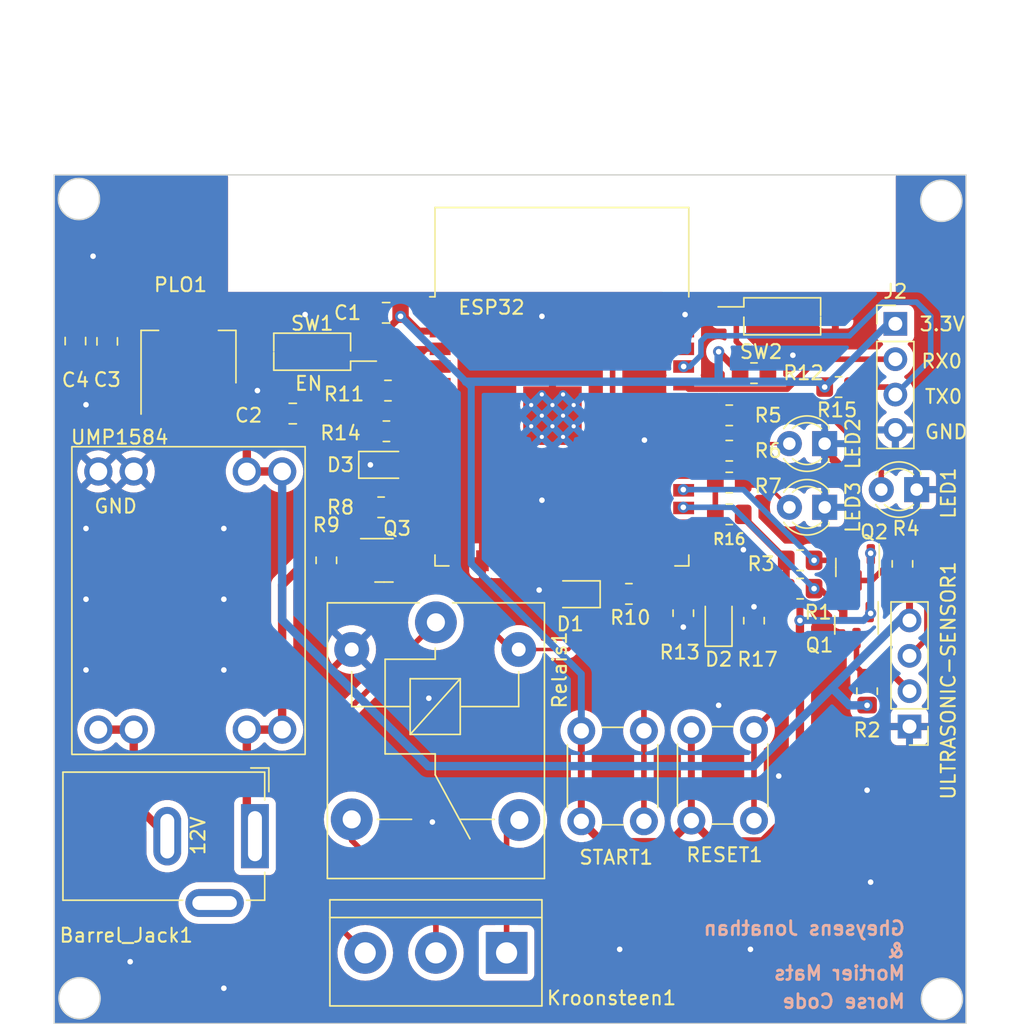
<source format=kicad_pcb>
(kicad_pcb (version 20221018) (generator pcbnew)
  (layers (0 "F.Cu" signal) (31 "B.Cu" signal) (34 "B.Paste" user) (35 "F.Paste" user) (36 "B.SilkS" user "B.Silkscreen") (37 "F.SilkS" user "F.Silkscreen") (38 "B.Mask" user) (39 "F.Mask" user) (44 "Edge.Cuts" user))
  (net 0 "")
  (net 1 "+3.3V")
  (net 2 "GND")
  (net 3 "VDD")
  (net 4 "Net-(D1-K)")
  (net 5 "GPIO2")
  (net 6 "RX0")
  (net 7 "TX0")
  (net 8 "/EN")
  (net 9 "GPIO0")
  (net 10 "GPIO5")
  (net 11 "Net-(D2-K)")
  (net 12 "Net-(D3-A)")
  (net 13 "Net-(Barrel_Jack1-Pad2)")
  (net 14 "Net-(LED1-A)")
  (net 15 "Net-(LED2-A)")
  (net 16 "Net-(LED3-A)")
  (net 17 "GPIO16")
  (net 18 "GPIO16-5V")
  (net 25 "GPIO17")
  (net 26 "GPIO17-5V")
  (net 27 "Net-(Q3-B)")
  (net 28 "GPIO18")
  (net 29 "GPIO19")
  (net 31 "GPIO32")
  (net 32 "GPIO4")
  (net 48 "+12V")
  (net 49 "Net-(Kroonsteen1-Pin_3)")
  (net 50 "Net-(Kroonsteen1-Pin_2)")
  (net 51 "Net-(Kroonsteen1-Pin_1)")
  (footprint "RF_Module:ESP32-WROOM-32" (layer "F.Cu") (at 64.935 48.685)
    (fp_text reference "ESP32")
    (fp_text value "ESP32-WROOM-32")
  )
  (footprint "Capacitor_SMD:C_0805_2012Metric_Pad1.18x1.45mm_HandSolder" (layer "F.Cu") (at 45.593 47.625)
    (fp_text reference "C2")
    (fp_text value "10uF")
  )
  (footprint "Library:U1584" (layer "F.Cu") (at 38.227 50.006)
    (fp_text reference "UMP1584")
    (fp_text value "MP1584")
  )
  (footprint "Package_TO_SOT_SMD:SOT-223-3_TabPin2" (layer "F.Cu") (at 38.1 43.561 90)
    (fp_text reference "PLO1")
    (fp_text value "AMS1117-3.3")
  )
  (footprint "LED_THT:LED_D3.0mm" (layer "F.Cu") (at 90.429 53.086 180)
    (fp_text reference "LED1")
    (fp_text value "YELLOW")
  )
  (footprint "Resistor_SMD:R_0805_2012Metric_Pad1.20x1.40mm_HandSolder" (layer "F.Cu") (at 82.058 60.198)
    (fp_text reference "R1")
    (fp_text value "10k")
  )
  (footprint "TerminalBlock:TerminalBlock_bornier-3_P5.08mm" (layer "F.Cu") (at 60.96 86.36 180)
    (fp_text reference "Kroonsteen1")
    (fp_text value "Screw_Terminal_01x03")
  )
  (footprint "Resistor_SMD:R_0805_2012Metric_Pad1.20x1.40mm_HandSolder" (layer "F.Cu") (at 84.82 45.72)
    (fp_text reference "R15")
    (fp_text value "10K")
  )
  (footprint "Connector_PinHeader_2.54mm:PinHeader_1x04_P2.54mm_Vertical" (layer "F.Cu") (at 88.9 41.18)
    (fp_text reference "J2")
    (fp_text value "Conn_01x04_Pin")
  )
  (footprint "Resistor_SMD:R_0805_2012Metric_Pad1.20x1.40mm_HandSolder" (layer "F.Cu") (at 48.006 58.166 -90)
    (fp_text reference "R9")
    (fp_text value "1k")
  )
  (footprint "Button_Switch_SMD:SW_DIP_SPSTx01_Slide_Copal_CHS-01B_W7.62mm_P1.27mm" (layer "F.Cu") (at 46.99 43.18 180)
    (fp_text reference "SW1")
    (fp_text value "EN")
  )
  (footprint "Resistor_SMD:R_0805_2012Metric_Pad1.20x1.40mm_HandSolder" (layer "F.Cu") (at 86.868 67.564 90)
    (fp_text reference "R2")
    (fp_text value "10k")
  )
  (footprint "Relay_THT:Relay_SPDT_SANYOU_SRD_Series_Form_C" (layer "F.Cu") (at 55.88 62.62 -90)
    (fp_text reference "Relais1")
    (fp_text value "SANYOU_SRD_Form_C")
  )
  (footprint "Resistor_SMD:R_0805_2012Metric_Pad1.20x1.40mm_HandSolder" (layer "F.Cu") (at 76.962 47.752)
    (fp_text reference "R5")
    (fp_text value "270")
  )
  (footprint "Button_Switch_THT:SW_PUSH_6mm" (layer "F.Cu") (at 66.33 76.91 90)
    (fp_text reference "START1")
    (fp_text value "SW_Push")
  )
  (footprint "Resistor_SMD:R_0805_2012Metric_Pad1.20x1.40mm_HandSolder" (layer "F.Cu") (at 82.058 58.166)
    (fp_text reference "R3")
    (fp_text value "10k")
  )
  (footprint "Resistor_SMD:R_0805_2012Metric_Pad1.20x1.40mm_HandSolder" (layer "F.Cu") (at 76.962 50.292)
    (fp_text reference "R6")
    (fp_text value "270")
  )
  (footprint "Connector_PinHeader_2.54mm:PinHeader_1x04_P2.54mm_Vertical" (layer "F.Cu") (at 89.916 70.104 180)
    (fp_text reference "ULTRASONIC-SENSOR1")
    (fp_text value "Conn_01x04_Socket")
  )
  (footprint "Resistor_SMD:R_0805_2012Metric_Pad1.20x1.40mm_HandSolder" (layer "F.Cu") (at 78.74 62.5 90)
    (fp_text reference "R17")
    (fp_text value "1K")
  )
  (footprint "Package_TO_SOT_SMD:SOT-23" (layer "F.Cu") (at 86.1845 58.674 -90)
    (fp_text reference "Q2")
    (fp_text value "BSS138")
  )
  (footprint "Resistor_SMD:R_0805_2012Metric_Pad1.20x1.40mm_HandSolder" (layer "F.Cu") (at 52.324 48.895)
    (fp_text reference "R14")
    (fp_text value "1K")
  )
  (footprint "Resistor_SMD:R_0805_2012Metric_Pad1.20x1.40mm_HandSolder" (layer "F.Cu") (at 51.943 54.356)
    (fp_text reference "R8")
    (fp_text value "1k")
  )
  (footprint "Package_TO_SOT_SMD:SOT-23" (layer "F.Cu") (at 86.106 62.8165 -90)
    (fp_text reference "Q1")
    (fp_text value "BSS138")
  )
  (footprint "LED_THT:LED_D3.0mm" (layer "F.Cu") (at 83.82 49.784 180)
    (fp_text reference "LED2")
    (fp_text value "GREEN")
  )
  (footprint "Resistor_SMD:R_0805_2012Metric_Pad1.20x1.40mm_HandSolder" (layer "F.Cu") (at 76.962 52.578)
    (fp_text reference "R7")
    (fp_text value "270")
  )
  (footprint "LED_SMD:LED_0805_2012Metric_Pad1.15x1.40mm_HandSolder" (layer "F.Cu") (at 52.197 51.308)
    (fp_text reference "D3")
    (fp_text value "PWR")
  )
  (footprint "Capacitor_SMD:C_0805_2012Metric_Pad1.18x1.45mm_HandSolder" (layer "F.Cu") (at 52.3025 40.386 180)
    (fp_text reference "C1")
    (fp_text value "100uF/6.3V")
  )
  (footprint "Resistor_SMD:R_0805_2012Metric_Pad1.20x1.40mm_HandSolder" (layer "F.Cu") (at 89.408 58.42 90)
    (fp_text reference "R4")
    (fp_text value "10k")
  )
  (footprint "Resistor_SMD:R_0805_2012Metric_Pad1.20x1.40mm_HandSolder" (layer "F.Cu") (at 52.435 45.974)
    (fp_text reference "R11")
    (fp_text value "10K")
  )
  (footprint "Package_TO_SOT_SMD:SOT-23" (layer "F.Cu") (at 52.1485 58.166)
    (fp_text reference "Q3")
    (fp_text value "MMBT3906")
  )
  (footprint "Button_Switch_SMD:SW_DIP_SPSTx01_Slide_Copal_CHS-01B_W7.62mm_P1.27mm" (layer "F.Cu") (at 80.772 40.64)
    (fp_text reference "SW2")
    (fp_text value "FLASH")
  )
  (footprint "Button_Switch_THT:SW_PUSH_6mm" (layer "F.Cu") (at 74.24 76.858 90)
    (fp_text reference "RESET1")
    (fp_text value "SW_Push")
  )
  (footprint "Connector_BarrelJack:BarrelJack_GCT_DCJ200-10-A_Horizontal" (layer "F.Cu") (at 42.876 77.978 -90)
    (fp_text reference "Barrel_Jack1")
    (fp_text value "Barrel_Jack")
  )
  (footprint "LED_SMD:LED_0805_2012Metric_Pad1.15x1.40mm_HandSolder" (layer "F.Cu") (at 76.2 62.475 90)
    (fp_text reference "D2")
    (fp_text value "BLUE")
  )
  (footprint "Capacitor_SMD:C_0805_2012Metric_Pad1.18x1.45mm_HandSolder" (layer "F.Cu") (at 29.972 42.418 -90)
    (fp_text reference "C4")
    (fp_text value "10uF")
  )
  (footprint "Resistor_SMD:R_0805_2012Metric_Pad1.20x1.40mm_HandSolder" (layer "F.Cu") (at 73.66 61.96 90)
    (fp_text reference "R13")
    (fp_text value "10K")
  )
  (footprint "Resistor_SMD:R_0805_2012Metric_Pad1.20x1.40mm_HandSolder" (layer "F.Cu") (at 69.75 60.575)
    (fp_text reference "R10")
    (fp_text value "1k")
  )
  (footprint "Diode_SMD:D_0805_2012Metric" (layer "F.Cu") (at 66 60.6 180)
    (fp_text reference "D1")
    (fp_text value "D")
  )
  (footprint "Resistor_SMD:R_0805_2012Metric_Pad1.20x1.40mm_HandSolder" (layer "F.Cu") (at 76.962 54.864 180)
    (fp_text reference "R16")
    (fp_text value "10K")
  )
  (footprint "LED_THT:LED_D3.0mm" (layer "F.Cu") (at 83.825 54.356 180)
    (fp_text reference "LED3")
    (fp_text value "RED")
  )
  (footprint "Resistor_SMD:R_0805_2012Metric_Pad1.20x1.40mm_HandSolder" (layer "F.Cu") (at 78.74 44.72)
    (fp_text reference "R12")
    (fp_text value "10K")
  )
  (footprint "Capacitor_SMD:C_0805_2012Metric_Pad1.18x1.45mm_HandSolder" (layer "F.Cu") (at 32.258 42.4395 90)
    (fp_text reference "C3")
    (fp_text value "100nF")
  )
  (gr_circle (center 92.244939 89.662) (end 93.514939 90.424) (stroke (width 0.1)) (fill none) (layer "Edge.Cuts"))
  (gr_circle (center 30.226 32.215061) (end 31.496 32.977061) (stroke (width 0.1)) (fill none) (layer "Edge.Cuts"))
  (gr_circle (center 92.202 32.342061) (end 93.472 33.104061) (stroke (width 0.1)) (fill none) (layer "Edge.Cuts"))
  (gr_rect (start 28.448 30.48) (end 93.98 91.44) (stroke (width 0.1)) (fill none) (layer "Edge.Cuts"))
  (gr_circle (center 30.268939 89.619061) (end 31.538939 90.381061) (stroke (width 0.1)) (fill none) (layer "Edge.Cuts"))
  (gr_text "Morse Code" (at 89.7 90.425) (layer "B.SilkS") (effects (font (size 1 1) (thickness 0.2) bold) (justify left bottom mirror)))
  (gr_text "Gheysens Jonathan\n&\nMortier Mats" (at 89.7 88.4) (layer "B.SilkS") (effects (font (size 1 1) (thickness 0.2) bold) (justify left bottom mirror)))
  (gr_text "12V\n" (at 39.375 79.425 90) (layer "F.SilkS") (effects (font (size 1 1)) (justify left bottom)))
  (gr_text "TX0" (at 90.932 46.99) (layer "F.SilkS") (effects (font (size 1 1)) (justify left bottom)))
  (gr_text "GND" (at 90.932 49.53) (layer "F.SilkS") (effects (font (size 1 1)) (justify left bottom)))
  (gr_text "RX0" (at 90.678 44.45) (layer "F.SilkS") (effects (font (size 1 1)) (justify left bottom)))
  (gr_text "3.3V" (at 90.551 41.783) (layer "F.SilkS") (effects (font (size 1 1)) (justify left bottom)))
  (gr_text "GND" (at 31.242 54.864) (layer "F.SilkS") (effects (font (size 1 1)) (justify left bottom)))
  (segment (start 51.435 45.974) (end 51.435 48.784) (width 0.5) (layer "F.Cu") (net 1))
  (segment (start 74.24 70.358) (end 74.24 76.858) (width 0.5) (layer "F.Cu") (net 1))
  (segment (start 77.962 55.07) (end 81.058 58.166) (width 0.5) (layer "F.Cu") (net 1))
  (segment (start 46.228 45.085) (end 49.403 41.91) (width 0.5) (layer "F.Cu") (net 1))
  (segment (start 67.83 78.41) (end 72.688 78.41) (width 0.6) (layer "F.Cu") (net 1))
  (segment (start 67.83 78.41) (end 66.33 76.91) (width 0.6) (layer "F.Cu") (net 1))
  (segment (start 54.659 41.705) (end 56.185 41.705) (width 0.5) (layer "F.Cu") (net 1))
  (segment (start 41.148 45.085) (end 45.212 45.085) (width 0.5) (layer "F.Cu") (net 1))
  (segment (start 72.688 78.41) (end 74.24 76.858) (width 0.6) (layer "F.Cu") (net 1))
  (segment (start 77.962 54.864) (end 77.962 55.07) (width 0.5) (layer "F.Cu") (net 1))
  (segment (start 51.435 48.784) (end 51.324 48.895) (width 0.5) (layer "F.Cu") (net 1))
  (segment (start 82.042 62.484) (end 82.042 61.182) (width 0.5) (layer "F.Cu") (net 1))
  (segment (start 51.34 45.879) (end 51.435 45.974) (width 0.5) (layer "F.Cu") (net 1))
  (segment (start 51.308 45.974) (end 51.435 45.974) (width 0.5) (layer "F.Cu") (net 1))
  (segment (start 53.34 40.386) (end 54.659 41.705) (width 0.5) (layer "F.Cu") (net 1))
  (segment (start 33.324 41.3805) (end 34.2935 40.411) (width 0.5) (layer "F.Cu") (net 1))
  (segment (start 82.042 75.677321) (end 82.042 62.484) (width 0.6) (layer "F.Cu") (net 1))
  (segment (start 45.212 45.085) (end 46.228 45.085) (width 0.5) (layer "F.Cu") (net 1))
  (segment (start 79.361321 78.358) (end 82.042 75.677321) (width 0.6) (layer "F.Cu") (net 1))
  (segment (start 66.33 76.91) (end 66.33 70.41) (width 0.5) (layer "F.Cu") (net 1))
  (segment (start 49.403 41.91) (end 52.07 41.91) (width 0.5) (layer "F.Cu") (net 1))
  (segment (start 77.74 44.72) (end 76.2 43.18) (width 0.5) (layer "F.Cu") (net 1))
  (segment (start 38.1 42.037) (end 38.1 46.711) (width 0.5) (layer "F.Cu") (net 1))
  (segment (start 74.24 76.858) (end 75.74 78.358) (width 0.6) (layer "F.Cu") (net 1))
  (segment (start 52.07 41.91) (end 53.34 40.64) (width 0.5) (layer "F.Cu") (net 1))
  (segment (start 82.042 61.182) (end 81.058 60.198) (width 0.5) (layer "F.Cu") (net 1))
  (segment (start 32.131 41.3805) (end 33.324 41.3805) (width 0.5) (layer "F.Cu") (net 1))
  (segment (start 32.2365 41.3805) (end 32.258 41.402) (width 0.5) (layer "F.Cu") (net 1))
  (segment (start 81.058 58.166) (end 81.058 60.198) (width 0.5) (layer "F.Cu") (net 1))
  (segment (start 50.419 45.085) (end 51.308 45.974) (width 0.5) (layer "F.Cu") (net 1))
  (segment (start 45.212 45.085) (end 50.419 45.085) (width 0.5) (layer "F.Cu") (net 1))
  (segment (start 38.1 40.411) (end 38.1 42.037) (width 0.5) (layer "F.Cu") (net 1))
  (segment (start 38.1 40.411) (end 34.2935 40.411) (width 0.5) (layer "F.Cu") (net 1))
  (segment (start 75.74 78.358) (end 79.361321 78.358) (width 0.6) (layer "F.Cu") (net 1))
  (segment (start 29.972 41.3805) (end 32.2365 41.3805) (width 0.5) (layer "F.Cu") (net 1))
  (segment (start 38.1 42.037) (end 41.148 45.085) (width 0.5) (layer "F.Cu") (net 1))
  (via (at 53.34 40.64) (size 0.8) (drill 0.4) (layers "F.Cu" "B.Cu") (net 1))
  (via (at 87.122 61.976) (size 0.8) (drill 0.4) (layers "F.Cu" "B.Cu") (net 1))
  (via (at 76.2 43.18) (size 0.8) (drill 0.4) (layers "F.Cu" "B.Cu") (net 1))
  (via (at 83.82 45.72) (size 0.8) (drill 0.4) (layers "F.Cu" "B.Cu") (net 1))
  (via (at 87.122 57.658) (size 0.8) (drill 0.4) (layers "F.Cu" "B.Cu") (net 1))
  (via (at 82.042 62.484) (size 0.8) (drill 0.4) (layers "F.Cu" "B.Cu") (net 1))
  (segment (start 82.042 62.484) (end 86.614 62.484) (width 0.5) (layer "B.Cu") (net 1))
  (segment (start 58.039 45.339) (end 53.34 40.64) (width 0.5) (layer "B.Cu") (net 1))
  (segment (start 83.439 45.339) (end 83.82 45.72) (width 0.6) (layer "B.Cu") (net 1))
  (segment (start 58.325 45.625) (end 58.039 45.339) (width 0.5) (layer "B.Cu") (net 1))
  (segment (start 88.9 41.18) (end 88.36 41.18) (width 0.5) (layer "B.Cu") (net 1))
  (segment (start 76.2 45.339) (end 83.439 45.339) (width 0.6) (layer "B.Cu") (net 1))
  (segment (start 58.42 45.625) (end 58.325 45.625) (width 0.5) (layer "B.Cu") (net 1))
  (segment (start 66.33 66.33) (end 58.42 58.42) (width 0.5) (layer "B.Cu") (net 1))
  (segment (start 83.82 45.72) (end 83.725 45.625) (width 0.5) (layer "B.Cu") (net 1))
  (segment (start 88.36 41.18) (end 83.82 45.72) (width 0.5) (layer "B.Cu") (net 1))
  (segment (start 58.039 45.339) (end 76.2 45.339) (width 0.6) (layer "B.Cu") (net 1))
  (segment (start 58.25 45.55) (end 58.039 45.339) (width 0.5) (layer "B.Cu") (net 1))
  (segment (start 87.122 61.976) (end 87.122 57.658) (width 0.5) (layer "B.Cu") (net 1))
  (segment (start 66.33 70.41) (end 66.33 66.33) (width 0.5) (layer "B.Cu") (net 1))
  (segment (start 76.2 45.339) (end 76.2 43.18) (width 0.6) (layer "B.Cu") (net 1))
  (segment (start 58.42 58.42) (end 58.42 45.625) (width 0.5) (layer "B.Cu") (net 1))
  (segment (start 86.614 62.484) (end 87.122 61.976) (width 0.5) (layer "B.Cu") (net 1))
  (segment (start 65.0175 46.25) (end 65.0175 47.0125) (width 0.6) (layer "F.Cu") (net 2))
  (segment (start 63.4925 47.0125) (end 64.255 47.775) (width 0.6) (layer "F.Cu") (net 2))
  (segment (start 83.82 50.292) (end 85.598 52.07) (width 0.6) (layer "F.Cu") (net 2))
  (segment (start 65.78 48.5375) (end 65.78 49.3) (width 0.4) (layer "F.Cu") (net 2))
  (segment (start 65.78 47.0125) (end 65.78 46.25) (width 0.4) (layer "F.Cu") (net 2))
  (segment (start 65.0175 47.0125) (end 64.255 47.775) (width 0.6) (layer "F.Cu") (net 2))
  (segment (start 83.82 49.784) (end 83.82 50.292) (width 0.6) (layer "F.Cu") (net 2))
  (segment (start 63.4925 49.3) (end 62.73 49.3) (width 0.4) (layer "F.Cu") (net 2))
  (segment (start 65.0175 46.25) (end 65.78 46.25) (width 0.4) (layer "F.Cu") (net 2))
  (segment (start 65.0175 49.3) (end 65.78 49.3) (width 0.4) (layer "F.Cu") (net 2))
  (segment (start 63.4925 46.25) (end 62.73 46.25) (width 0.4) (layer "F.Cu") (net 2))
  (segment (start 63.4925 46.25) (end 63.4925 47.0125) (width 0.6) (layer "F.Cu") (net 2))
  (via (at 30.734 46.99) (size 0.8) (drill 0.4) (layers "F.Cu" "B.Cu") (net 2))
  (via (at 78.74 61.5) (size 0.8) (drill 0.4) (layers "F.Cu" "B.Cu") (net 2))
  (via (at 80.518 73.66) (size 0.8) (drill 0.4) (layers "F.Cu" "B.Cu") (net 2))
  (via (at 77.978 57.404) (size 0.8) (drill 0.4) (layers "F.Cu" "B.Cu") (net 2))
  (via (at 81.534 43.434) (size 0.8) (drill 0.4) (layers "F.Cu" "B.Cu") (net 2))
  (via (at 33.909 86.995) (size 0.8) (drill 0.4) (layers "F.Cu" "B.Cu") (net 2))
  (via (at 55.626 76.962) (size 0.8) (drill 0.4) (layers "F.Cu" "B.Cu") (net 2))
  (via (at 40.64 60.96) (size 0.8) (drill 0.4) (layers "F.Cu" "B.Cu") (net 2))
  (via (at 73.787 40.513) (size 0.8) (drill 0.4) (layers "F.Cu" "B.Cu") (net 2))
  (via (at 70.866 49.53) (size 0.8) (drill 0.4) (layers "F.Cu" "B.Cu") (net 2))
  (via (at 76.2 68.58) (size 0.8) (drill 0.4) (layers "F.Cu" "B.Cu") (net 2))
  (via (at 73.66 62.96) (size 0.8) (drill 0.4) (layers "F.Cu" "B.Cu") (net 2))
  (via (at 31.242 36.322) (size 0.8) (drill 0.4) (layers "F.Cu" "B.Cu") (net 2))
  (via (at 78.486 86.106) (size 0.8) (drill 0.4) (layers "F.Cu" "B.Cu") (net 2))
  (via (at 30.734 60.96) (size 0.8) (drill 0.4) (layers "F.Cu" "B.Cu") (net 2))
  (via (at 30.734 66.04) (size 0.8) (drill 0.4) (layers "F.Cu" "B.Cu") (net 2))
  (via (at 63.5 53.848) (size 0.8) (drill 0.4) (layers "F.Cu" "B.Cu") (net 2))
  (via (at 40.64 66.04) (size 0.8) (drill 0.4) (layers "F.Cu" "B.Cu") (net 2))
  (via (at 63.3 60.3) (size 0.8) (drill 0.4) (layers "F.Cu" "B.Cu") (net 2))
  (via (at 43.053 45.974) (size 0.8) (drill 0.4) (layers "F.Cu" "B.Cu") (net 2))
  (via (at 63.5 40.64) (size 0.8) (drill 0.4) (layers "F.Cu" "B.Cu") (net 2))
  (via (at 86.868 74.676) (size 0.8) (drill 0.4) (layers "F.Cu" "B.Cu") (net 2))
  (via (at 46.482 40.513) (size 0.8) (drill 0.4) (layers "F.Cu" "B.Cu") (net 2))
  (via (at 69.088 86.106) (size 0.8) (drill 0.4) (layers "F.Cu" "B.Cu") (net 2))
  (via (at 55.372 68.072) (size 0.8) (drill 0.4) (layers "F.Cu" "B.Cu") (net 2))
  (via (at 87.122 81.28) (size 0.8) (drill 0.4) (layers "F.Cu" "B.Cu") (net 2))
  (via (at 40.64 55.88) (size 0.8) (drill 0.4) (layers "F.Cu" "B.Cu") (net 2))
  (via (at 30.734 55.88) (size 0.8) (drill 0.4) (layers "F.Cu" "B.Cu") (net 2))
  (via (at 40.64 88.9) (size 0.8) (drill 0.4) (layers "F.Cu" "B.Cu") (net 2))
  (via (at 51.172 51.308) (size 0.8) (drill 0.4) (layers "F.Cu" "B.Cu") (net 2))
  (segment (start 63.4925 46.25) (end 60.452 49.2905) (width 0.6) (layer "B.Cu") (net 2))
  (segment (start 65.0175 46.25) (end 67.818 49.0505) (width 0.6) (layer "B.Cu") (net 2))
  (segment (start 67.818 49.0505) (end 67.818 49.53) (width 0.6) (layer "B.Cu") (net 2))
  (segment (start 60.452 49.2905) (end 60.452 49.53) (width 0.6) (layer "B.Cu") (net 2))
  (segment (start 89.916 59.928) (end 89.408 59.42) (width 0.5) (layer "F.Cu") (net 3))
  (segment (start 42.291 49.022) (end 43.688 47.625) (width 0.6) (layer "F.Cu") (net 3))
  (segment (start 42.291 48.602) (end 40.4 46.711) (width 0.6) (layer "F.Cu") (net 3))
  (segment (start 42.291 51.784) (end 44.831 51.784) (width 0.6) (layer "F.Cu") (net 3))
  (segment (start 89.916 62.484) (end 89.916 59.928) (width 0.5) (layer "F.Cu") (net 3))
  (segment (start 42.291 49.022) (end 42.291 48.602) (width 0.6) (layer "F.Cu") (net 3))
  (segment (start 43.688 47.625) (end 44.5555 47.625) (width 0.6) (layer "F.Cu") (net 3))
  (segment (start 42.291 51.784) (end 42.291 49.022) (width 0.6) (layer "F.Cu") (net 3))
  (via (at 86.868 68.58) (size 0.8) (drill 0.4) (layers "F.Cu" "B.Cu") (net 3))
  (segment (start 55.321497 72.948503) (end 78.721497 72.948503) (width 0.6) (layer "B.Cu") (net 3))
  (segment (start 84.344 67.326) (end 89.662 62.008) (width 0.6) (layer "B.Cu") (net 3))
  (segment (start 55.321497 72.948503) (end 44.831 62.458006) (width 0.6) (layer "B.Cu") (net 3))
  (segment (start 84.344 67.326) (end 85.598 68.58) (width 0.6) (layer "B.Cu") (net 3))
  (segment (start 44.831 62.458006) (end 44.831 51.784) (width 0.6) (layer "B.Cu") (net 3))
  (segment (start 78.721497 72.948503) (end 84.344 67.326) (width 0.6) (layer "B.Cu") (net 3))
  (segment (start 85.598 68.58) (end 86.868 68.58) (width 0.6) (layer "B.Cu") (net 3))
  (segment (start 53.086 58.166) (end 54.483 59.563) (width 0.25) (layer "F.Cu") (net 4))
  (segment (start 66.975 63) (end 66.975 60.6375) (width 0.25) (layer "F.Cu") (net 4))
  (segment (start 66.975 60.6375) (end 66.9375 60.6) (width 0.25) (layer "F.Cu") (net 4))
  (segment (start 54.483 59.563) (end 56.261 59.563) (width 0.25) (layer "F.Cu") (net 4))
  (segment (start 57.404 60.706) (end 61.268 64.57) (width 0.4) (layer "F.Cu") (net 4))
  (segment (start 65.405 64.57) (end 66.975 63) (width 0.25) (layer "F.Cu") (net 4))
  (segment (start 61.268 64.57) (end 61.83 64.57) (width 0.4) (layer "F.Cu") (net 4))
  (segment (start 56.261 59.563) (end 57.404 60.706) (width 0.4) (layer "F.Cu") (net 4))
  (segment (start 68.75 60.575) (end 66.9625 60.575) (width 0.25) (layer "F.Cu") (net 4))
  (segment (start 66.9625 60.575) (end 66.9375 60.6) (width 0.25) (layer "F.Cu") (net 4))
  (segment (start 61.83 64.57) (end 65.405 64.57) (width 0.25) (layer "F.Cu") (net 4))
  (segment (start 73.66 60.96) (end 70.83 63.79) (width 0.4) (layer "F.Cu") (net 5))
  (segment (start 70.83 70.41) (end 70.83 76.91) (width 0.4) (layer "F.Cu") (net 5))
  (segment (start 75.71 60.96) (end 76.2 61.45) (width 0.4) (layer "F.Cu") (net 5))
  (segment (start 70.83 63.79) (end 70.83 70.41) (width 0.4) (layer "F.Cu") (net 5))
  (segment (start 70.655 58.195) (end 70.895 58.195) (width 0.4) (layer "F.Cu") (net 5))
  (segment (start 70.895 58.195) (end 73.66 60.96) (width 0.4) (layer "F.Cu") (net 5))
  (segment (start 73.66 60.96) (end 75.71 60.96) (width 0.4) (layer "F.Cu") (net 5))
  (segment (start 74.04 45.87) (end 73.685 45.515) (width 0.4) (layer "F.Cu") (net 6))
  (segment (start 73.685 45.515) (end 73.915 45.745) (width 0.4) (layer "F.Cu") (net 6))
  (segment (start 81.13 45.87) (end 74.04 45.87) (width 0.4) (layer "F.Cu") (net 6))
  (segment (start 83.28 43.72) (end 81.13 45.87) (width 0.4) (layer "F.Cu") (net 6))
  (segment (start 88.9 43.72) (end 83.28 43.72) (width 0.4) (layer "F.Cu") (net 6))
  (segment (start 85.82 45.72) (end 88.36 45.72) (width 0.4) (layer "F.Cu") (net 7))
  (segment (start 88.36 45.72) (end 88.9 46.26) (width 0.4) (layer "F.Cu") (net 7))
  (via (at 73.685 44.245) (size 0.8) (drill 0.4) (layers "F.Cu" "B.Cu") (net 7))
  (segment (start 91.44 40.64) (end 91.44 43.72) (width 0.4) (layer "B.Cu") (net 7))
  (segment (start 91.44 43.72) (end 88.9 46.26) (width 0.4) (layer "B.Cu") (net 7))
  (segment (start 85.598 42.037) (end 88.011 39.624) (width 0.4) (layer "B.Cu") (net 7))
  (segment (start 74.93 43.434) (end 74.93 42.418) (width 0.4) (layer "B.Cu") (net 7))
  (segment (start 74.93 42.418) (end 75.311 42.037) (width 0.4) (layer "B.Cu") (net 7))
  (segment (start 90.424 39.624) (end 91.44 40.64) (width 0.4) (layer "B.Cu") (net 7))
  (segment (start 74.119 44.245) (end 74.93 43.434) (width 0.4) (layer "B.Cu") (net 7))
  (segment (start 75.311 42.037) (end 85.598 42.037) (width 0.4) (layer "B.Cu") (net 7))
  (segment (start 88.011 39.624) (end 90.424 39.624) (width 0.4) (layer "B.Cu") (net 7))
  (segment (start 73.685 44.245) (end 74.119 44.245) (width 0.4) (layer "B.Cu") (net 7))
  (segment (start 55.185 42.975) (end 56.185 42.975) (width 0.4) (layer "F.Cu") (net 8))
  (segment (start 53.435 45.974) (end 53.467 45.974) (width 0.4) (layer "F.Cu") (net 8))
  (segment (start 56.185 42.975) (end 51.005 42.975) (width 0.4) (layer "F.Cu") (net 8))
  (segment (start 51.005 42.975) (end 50.8 43.18) (width 0.4) (layer "F.Cu") (net 8))
  (segment (start 54.483 43.677) (end 55.185 42.975) (width 0.4) (layer "F.Cu") (net 8))
  (segment (start 53.467 45.974) (end 54.483 44.958) (width 0.4) (layer "F.Cu") (net 8))
  (segment (start 54.483 44.958) (end 54.483 43.677) (width 0.4) (layer "F.Cu") (net 8))
  (segment (start 68.58 43.69) (end 68.58 52.84) (width 0.4) (layer "F.Cu") (net 9))
  (segment (start 77.47 40.64) (end 77.47 42.45) (width 0.4) (layer "F.Cu") (net 9))
  (segment (start 71.375 40.895) (end 68.58 43.69) (width 0.4) (layer "F.Cu") (net 9))
  (segment (start 72.61 39.66) (end 71.375 40.895) (width 0.4) (layer "F.Cu") (net 9))
  (segment (start 72.735 39.535) (end 71.375 40.895) (width 0.4) (layer "F.Cu") (net 9))
  (segment (start 77.47 40.64) (end 76.49 39.66) (width 0.4) (layer "F.Cu") (net 9))
  (segment (start 76.49 39.66) (end 76.365 39.535) (width 0.4) (layer "F.Cu") (net 9))
  (segment (start 77.47 42.45) (end 79.74 44.72) (width 0.4) (layer "F.Cu") (net 9))
  (segment (start 68.58 52.84) (end 72.685 56.945) (width 0.4) (layer "F.Cu") (net 9))
  (segment (start 76.365 39.535) (end 72.735 39.535) (width 0.4) (layer "F.Cu") (net 9))
  (segment (start 72.685 56.945) (end 73.685 56.945) (width 0.4) (layer "F.Cu") (net 9))
  (segment (start 75.0825 51.865) (end 76.0495 52.832) (width 0.25) (layer "F.Cu") (net 10))
  (segment (start 74.979 51.865) (end 73.685 51.865) (width 0.4) (layer "F.Cu") (net 10))
  (segment (start 75.962 52.578) (end 75.962 54.864) (width 0.4) (layer "F.Cu") (net 10))
  (segment (start 74.979 51.865) (end 75.0825 51.865) (width 0.25) (layer "F.Cu") (net 10))
  (segment (start 76.2 63.5) (end 78.74 63.5) (width 0.4) (layer "F.Cu") (net 11))
  (segment (start 53.222 48.997) (end 53.324 48.895) (width 0.4) (layer "F.Cu") (net 12))
  (segment (start 53.222 51.308) (end 53.222 48.997) (width 0.4) (layer "F.Cu") (net 12))
  (segment (start 34.163 75.565) (end 36.576 77.978) (width 0.6) (layer "F.Cu") (net 13))
  (segment (start 34.163 70.326) (end 34.163 75.565) (width 0.6) (layer "F.Cu") (net 13))
  (segment (start 31.623 70.326) (end 34.163 70.326) (width 0.6) (layer "F.Cu") (net 13))
  (segment (start 77.8745 47.752) (end 84.074 47.752) (width 0.25) (layer "F.Cu") (net 14))
  (segment (start 87.889 53.086) (end 87.889 51.253) (width 0.4) (layer "F.Cu") (net 14))
  (segment (start 84.388 47.752) (end 77.962 47.752) (width 0.4) (layer "F.Cu") (net 14))
  (segment (start 84.074 47.752) (end 87.884 51.562) (width 0.25) (layer "F.Cu") (net 14))
  (segment (start 87.889 51.253) (end 84.388 47.752) (width 0.4) (layer "F.Cu") (net 14))
  (segment (start 78.3825 49.784) (end 81.28 49.784) (width 0.25) (layer "F.Cu") (net 15))
  (segment (start 77.8745 50.292) (end 78.3825 49.784) (width 0.25) (layer "F.Cu") (net 15))
  (segment (start 77.8745 52.832) (end 79.761 52.832) (width 0.25) (layer "F.Cu") (net 16))
  (segment (start 79.761 52.832) (end 81.285 54.356) (width 0.25) (layer "F.Cu") (net 16))
  (segment (start 83.058 60.198) (end 83.475 60.198) (width 0.4) (layer "F.Cu") (net 17))
  (segment (start 83.475 60.198) (end 85.156 61.879) (width 0.4) (layer "F.Cu") (net 17))
  (via (at 83.058 60.198) (size 0.8) (drill 0.4) (layers "F.Cu" "B.Cu") (net 17))
  (via (at 73.66 54.356) (size 0.8) (drill 0.4) (layers "F.Cu" "B.Cu") (net 17))
  (segment (start 77.216 54.356) (end 83.058 60.198) (width 0.4) (layer "B.Cu") (net 17))
  (segment (start 73.66 54.356) (end 77.216 54.356) (width 0.4) (layer "B.Cu") (net 17))
  (segment (start 86.868 66.564) (end 88.916 66.564) (width 0.5) (layer "F.Cu") (net 18))
  (segment (start 88.916 66.564) (end 89.916 67.564) (width 0.5) (layer "F.Cu") (net 18))
  (segment (start 86.106 63.754) (end 86.106 65.802) (width 0.4) (layer "F.Cu") (net 18))
  (segment (start 86.106 65.802) (end 86.868 66.564) (width 0.4) (layer "F.Cu") (net 18))
  (segment (start 84.805 58.166) (end 85.2345 57.7365) (width 0.4) (layer "F.Cu") (net 25))
  (segment (start 83.058 58.166) (end 84.805 58.166) (width 0.4) (layer "F.Cu") (net 25))
  (via (at 73.66 53.086) (size 0.8) (drill 0.4) (layers "F.Cu" "B.Cu") (net 25))
  (via (at 83.058 58.166) (size 0.8) (drill 0.4) (layers "F.Cu" "B.Cu") (net 25))
  (segment (start 77.978 53.086) (end 83.058 58.166) (width 0.4) (layer "B.Cu") (net 25))
  (segment (start 73.66 53.086) (end 77.978 53.086) (width 0.4) (layer "B.Cu") (net 25))
  (segment (start 89.408 57.42) (end 91.166 59.178) (width 0.4) (layer "F.Cu") (net 26))
  (segment (start 91.166 59.178) (end 91.166 63.774) (width 0.4) (layer "F.Cu") (net 26))
  (segment (start 91.166 63.774) (end 89.916 65.024) (width 0.4) (layer "F.Cu") (net 26))
  (segment (start 89.408 57.42) (end 87.2165 59.6115) (width 0.4) (layer "F.Cu") (net 26))
  (segment (start 87.2165 59.6115) (end 86.1845 59.6115) (width 0.4) (layer "F.Cu") (net 26))
  (segment (start 51.211 57.216) (end 51.211 54.624) (width 0.25) (layer "F.Cu") (net 27))
  (segment (start 51.211 54.624) (end 50.943 54.356) (width 0.25) (layer "F.Cu") (net 27))
  (segment (start 73.685 50.595) (end 75.7465 50.595) (width 0.25) (layer "F.Cu") (net 28))
  (segment (start 75.7465 50.595) (end 76.0495 50.292) (width 0.25) (layer "F.Cu") (net 28))
  (segment (start 74.389 49.325) (end 75.962 47.752) (width 0.4) (layer "F.Cu") (net 29))
  (segment (start 73.685 49.325) (end 74.389 49.325) (width 0.4) (layer "F.Cu") (net 29))
  (segment (start 54.61 49.9) (end 55.185 49.325) (width 0.4) (layer "F.Cu") (net 31))
  (segment (start 54.61 52.07) (end 54.61 51.562) (width 0.4) (layer "F.Cu") (net 31))
  (segment (start 52.8555 53.8245) (end 54.61 52.07) (width 0.4) (layer "F.Cu") (net 31))
  (segment (start 55.185 49.325) (end 56.185 49.325) (width 0.4) (layer "F.Cu") (net 31))
  (segment (start 54.61 51.562) (end 54.61 49.9) (width 0.4) (layer "F.Cu") (net 31))
  (segment (start 52.8555 54.356) (end 52.8555 53.8245) (width 0.4) (layer "F.Cu") (net 31))
  (segment (start 80.899 61.889) (end 80.6885 61.6785) (width 0.4) (layer "F.Cu") (net 32))
  (segment (start 78.74 76.858) (end 78.74 70.358) (width 0.4) (layer "F.Cu") (net 32))
  (segment (start 80.899 68.199) (end 78.74 70.358) (width 0.4) (layer "F.Cu") (net 32))
  (segment (start 80.899 61.889) (end 80.899 68.199) (width 0.4) (layer "F.Cu") (net 32))
  (segment (start 74.685 55.675) (end 80.6885 61.6785) (width 0.4) (layer "F.Cu") (net 32))
  (segment (start 73.685 55.675) (end 74.685 55.675) (width 0.4) (layer "F.Cu") (net 32))
  (segment (start 42.291 70.326) (end 42.291 77.393) (width 0.6) (layer "F.Cu") (net 48))
  (segment (start 42.291 70.326) (end 44.831 70.326) (width 0.6) (layer "F.Cu") (net 48))
  (segment (start 42.291 77.393) (end 42.876 77.978) (width 0.6) (layer "F.Cu") (net 48))
  (segment (start 48.006 57.166) (end 49.261 57.166) (width 0.6) (layer "F.Cu") (net 48))
  (segment (start 49.261 57.166) (end 51.211 59.116) (width 0.6) (layer "F.Cu") (net 48))
  (segment (start 47.609 57.166) (end 44.831 59.944) (width 0.6) (layer "F.Cu") (net 48))
  (segment (start 48.006 57.166) (end 47.609 57.166) (width 0.6) (layer "F.Cu") (net 48))
  (segment (start 44.831 70.326) (end 44.831 59.944) (width 0.6) (layer "F.Cu") (net 48))
  (segment (start 55.88 62.62) (end 48.005 70.495) (width 0.4) (layer "F.Cu") (net 49))
  (segment (start 45.9 72.6) (end 45.9 81.46) (width 0.4) (layer "F.Cu") (net 49))
  (segment (start 48.005 70.495) (end 45.9 72.6) (width 0.4) (layer "F.Cu") (net 49))
  (segment (start 45.9 81.46) (end 50.8 86.36) (width 0.4) (layer "F.Cu") (net 49))
  (segment (start 49.83 78.28) (end 55.88 84.33) (width 0.4) (layer "F.Cu") (net 50))
  (segment (start 55.88 84.33) (end 55.88 86.36) (width 0.4) (layer "F.Cu") (net 50))
  (segment (start 49.83 76.77) (end 49.83 78.28) (width 0.4) (layer "F.Cu") (net 50))
  (segment (start 60.96 77.74) (end 61.88 76.82) (width 0.4) (layer "F.Cu") (net 51))
  (segment (start 60.96 86.36) (end 60.96 77.74) (width 0.4) (layer "F.Cu") (net 51))
  (zone (net 2) (net_name "GND") (layer "F.Cu") (connect_pads (clearance 0.5)) (min_thickness 0.25) (fill yes (thermal_gap 0.5) (thermal_bridge_width 0.5))
    (polygon (pts (xy 28.448 30.48) (xy 93.98 30.48) (xy 93.98 91.44) (xy 28.448 91.44)))
  )
  (zone (net 2) (net_name "GND") (layer "B.Cu") (priority 1) (connect_pads (clearance 0.5)) (min_thickness 0.25) (fill yes (thermal_gap 0.5) (thermal_bridge_width 0.5))
    (polygon (pts (xy 28.448 30.48) (xy 93.98 30.48) (xy 93.98 91.44) (xy 28.448 91.44)))
  )
)
</source>
